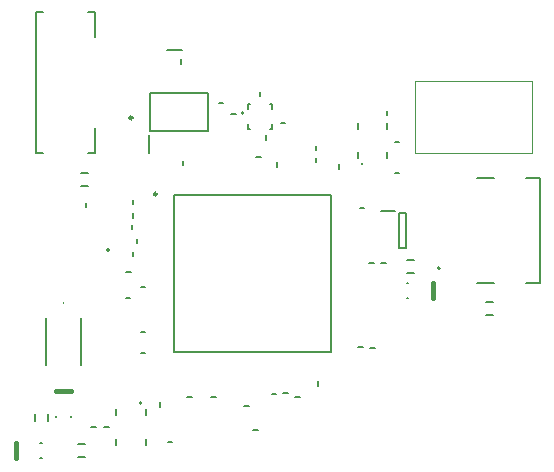
<source format=gto>
G04*
G04 #@! TF.GenerationSoftware,Altium Limited,Altium Designer,26.2.0 (7)*
G04*
G04 Layer_Color=65535*
%FSLAX25Y25*%
%MOIN*%
G70*
G04*
G04 #@! TF.SameCoordinates,17A3E6CB-15BD-4058-B425-0E0A4CEE79B2*
G04*
G04*
G04 #@! TF.FilePolarity,Positive*
G04*
G01*
G75*
%ADD10C,0.00787*%
%ADD11C,0.00984*%
%ADD12C,0.00591*%
%ADD13C,0.00394*%
%ADD14C,0.00500*%
%ADD15C,0.01575*%
D10*
X46095Y55374D02*
G03*
X46095Y55374I-394J0D01*
G01*
X145504Y100386D02*
G03*
X145504Y100386I-394J0D01*
G01*
X80051Y152165D02*
G03*
X80051Y152165I-394J0D01*
G01*
X35239Y106437D02*
G03*
X34451Y106437I-394J0D01*
G01*
D02*
G03*
X35239Y106437I394J0D01*
G01*
X56870Y124681D02*
X109232D01*
Y72319D02*
Y124681D01*
X56870Y72319D02*
X109232D01*
X56870D02*
Y124681D01*
X12350Y41961D02*
X12752D01*
X12350Y37039D02*
X12752D01*
X22512Y50799D02*
Y51201D01*
X17591Y50799D02*
Y51201D01*
X48915Y146038D02*
Y158636D01*
X68207D01*
Y146038D02*
Y158636D01*
X48915Y146038D02*
X68207D01*
X48404Y138656D02*
Y144660D01*
X54689Y173110D02*
X59413D01*
X10850Y138787D02*
X13311D01*
X28075D02*
X30535D01*
Y177567D02*
Y185835D01*
Y138787D02*
Y147055D01*
X10850Y185835D02*
X13311D01*
X28075D02*
X30535D01*
X10850Y138787D02*
Y185835D01*
X134435Y95381D02*
X134836D01*
X134435Y90459D02*
X134836D01*
X131870Y118756D02*
X134232D01*
Y107244D02*
Y118756D01*
X131870Y107244D02*
X134232D01*
X131870D02*
Y118756D01*
X125768Y119299D02*
X130492D01*
X25760Y68126D02*
Y83874D01*
X14343Y68126D02*
Y83874D01*
D11*
X51161Y125075D02*
G03*
X51161Y125075I-492J0D01*
G01*
X43035Y150500D02*
G03*
X43035Y150500I-492J0D01*
G01*
D12*
X119803Y135126D02*
G03*
X119803Y135126I-295J0D01*
G01*
X24870Y41665D02*
X27232D01*
X24870Y37335D02*
X27232D01*
X160870Y89165D02*
X163232D01*
X160870Y84835D02*
X163232D01*
X10386Y49319D02*
Y51681D01*
X14717Y49319D02*
Y51681D01*
X104051Y135713D02*
Y137287D01*
Y139656D02*
Y141231D01*
X111737Y133449D02*
Y135024D01*
X52302Y54075D02*
Y55650D01*
X71764Y155500D02*
X73339D01*
X85563Y157697D02*
Y159272D01*
X87634Y143163D02*
Y144738D01*
X75911Y151700D02*
X77486D01*
X92365Y148737D02*
X93940D01*
X42881Y113308D02*
Y114883D01*
X43053Y117251D02*
Y118826D01*
X43051Y121713D02*
Y123287D01*
X44551Y108713D02*
Y110287D01*
X40792Y99099D02*
X42366D01*
X93321Y58641D02*
X94895D01*
X89377Y58485D02*
X90952D01*
X97264Y57500D02*
X98839D01*
X118264Y74000D02*
X119839D01*
X122207Y73936D02*
X123782D01*
X43119Y104302D02*
Y105876D01*
X25870Y127835D02*
X28232D01*
X25870Y132165D02*
X28232D01*
X130439Y132058D02*
X132014D01*
X130439Y142505D02*
X132014D01*
X27551Y120713D02*
Y122287D01*
X29264Y47500D02*
X30839D01*
X33588Y47424D02*
X35163D01*
X54764Y42500D02*
X56339D01*
X80264Y54500D02*
X81839D01*
X61264Y57500D02*
X62839D01*
X69264D02*
X70839D01*
X83264Y46500D02*
X84839D01*
X127938Y151372D02*
Y152947D01*
X84264Y137500D02*
X85839D01*
X91051Y134213D02*
Y135787D01*
X59823Y134713D02*
Y136287D01*
X59324Y168387D02*
Y169961D01*
X118764Y120500D02*
X120339D01*
X40764Y90500D02*
X42339D01*
X125994Y102265D02*
X127569D01*
X121994D02*
X123569D01*
X45764Y94000D02*
X47339D01*
X45764Y72000D02*
X47339D01*
X45764Y79093D02*
X47339D01*
X134370Y98835D02*
X136732D01*
X134370Y103165D02*
X136732D01*
X104780Y61213D02*
Y62787D01*
D13*
X20051Y88598D02*
G03*
X20051Y88992I0J197D01*
G01*
D02*
G03*
X20051Y88598I0J-197D01*
G01*
X176335Y138930D02*
Y162930D01*
X137335D02*
X176335D01*
X137335Y138930D02*
Y162930D01*
Y138930D02*
X176335D01*
D14*
X47472Y51398D02*
Y53405D01*
Y41594D02*
Y43602D01*
X37630Y51398D02*
Y53405D01*
Y41594D02*
Y43602D01*
X118130Y137094D02*
Y139279D01*
Y146721D02*
Y148906D01*
X127972Y146721D02*
Y148906D01*
Y137094D02*
Y139279D01*
X118130Y137094D02*
X118347D01*
X118130Y148906D02*
X118347D01*
X127756D02*
X127972D01*
X127756Y137094D02*
X127972D01*
X178969Y95386D02*
Y130583D01*
X174047Y95386D02*
X178969D01*
X157905D02*
X163417D01*
X174047Y130583D02*
X178969D01*
X157905D02*
X163417D01*
X81508Y146929D02*
X82217D01*
X81508D02*
Y148504D01*
Y153465D02*
Y155039D01*
X82217D01*
X88910D02*
X89618D01*
Y153465D02*
Y155039D01*
X88910Y146929D02*
X89618D01*
Y148504D01*
D15*
X4051Y37000D02*
Y42000D01*
X17551Y59500D02*
X22551D01*
X143135Y90420D02*
Y95420D01*
M02*

</source>
